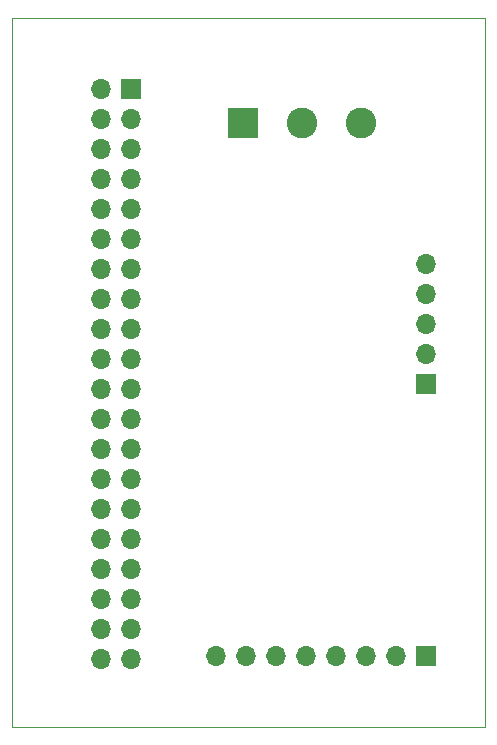
<source format=gbr>
%TF.GenerationSoftware,KiCad,Pcbnew,(6.0.9-0)*%
%TF.CreationDate,2022-11-14T23:33:26+01:00*%
%TF.ProjectId,RaspberryShield,52617370-6265-4727-9279-536869656c64,rev?*%
%TF.SameCoordinates,Original*%
%TF.FileFunction,Copper,L2,Bot*%
%TF.FilePolarity,Positive*%
%FSLAX46Y46*%
G04 Gerber Fmt 4.6, Leading zero omitted, Abs format (unit mm)*
G04 Created by KiCad (PCBNEW (6.0.9-0)) date 2022-11-14 23:33:26*
%MOMM*%
%LPD*%
G01*
G04 APERTURE LIST*
%TA.AperFunction,Profile*%
%ADD10C,0.100000*%
%TD*%
%TA.AperFunction,ComponentPad*%
%ADD11R,1.700000X1.700000*%
%TD*%
%TA.AperFunction,ComponentPad*%
%ADD12O,1.700000X1.700000*%
%TD*%
%TA.AperFunction,ComponentPad*%
%ADD13R,2.600000X2.600000*%
%TD*%
%TA.AperFunction,ComponentPad*%
%ADD14C,2.600000*%
%TD*%
G04 APERTURE END LIST*
D10*
X150000000Y-69000000D02*
X190000000Y-69000000D01*
X190000000Y-69000000D02*
X190000000Y-129000000D01*
X190000000Y-129000000D02*
X150000000Y-129000000D01*
X150000000Y-129000000D02*
X150000000Y-69000000D01*
D11*
%TO.P,J3,1,Pin_1*%
%TO.N,unconnected-(J3-Pad1)*%
X160000000Y-75000000D03*
D12*
%TO.P,J3,2,Pin_2*%
%TO.N,unconnected-(J3-Pad2)*%
X157460000Y-75000000D03*
%TO.P,J3,3,Pin_3*%
%TO.N,unconnected-(J3-Pad3)*%
X160000000Y-77540000D03*
%TO.P,J3,4,Pin_4*%
%TO.N,unconnected-(J3-Pad4)*%
X157460000Y-77540000D03*
%TO.P,J3,5,Pin_5*%
%TO.N,unconnected-(J3-Pad5)*%
X160000000Y-80080000D03*
%TO.P,J3,6,Pin_6*%
%TO.N,unconnected-(J3-Pad6)*%
X157460000Y-80080000D03*
%TO.P,J3,7,Pin_7*%
%TO.N,unconnected-(J3-Pad7)*%
X160000000Y-82620000D03*
%TO.P,J3,8,Pin_8*%
%TO.N,unconnected-(J3-Pad8)*%
X157460000Y-82620000D03*
%TO.P,J3,9,Pin_9*%
%TO.N,unconnected-(J3-Pad9)*%
X160000000Y-85160000D03*
%TO.P,J3,10,Pin_10*%
%TO.N,unconnected-(J3-Pad10)*%
X157460000Y-85160000D03*
%TO.P,J3,11,Pin_11*%
%TO.N,unconnected-(J3-Pad11)*%
X160000000Y-87700000D03*
%TO.P,J3,12,Pin_12*%
%TO.N,unconnected-(J3-Pad12)*%
X157460000Y-87700000D03*
%TO.P,J3,13,Pin_13*%
%TO.N,unconnected-(J3-Pad13)*%
X160000000Y-90240000D03*
%TO.P,J3,14,Pin_14*%
%TO.N,unconnected-(J3-Pad14)*%
X157460000Y-90240000D03*
%TO.P,J3,15,Pin_15*%
%TO.N,unconnected-(J3-Pad15)*%
X160000000Y-92780000D03*
%TO.P,J3,16,Pin_16*%
%TO.N,unconnected-(J3-Pad16)*%
X157460000Y-92780000D03*
%TO.P,J3,17,Pin_17*%
%TO.N,unconnected-(J3-Pad17)*%
X160000000Y-95320000D03*
%TO.P,J3,18,Pin_18*%
%TO.N,unconnected-(J3-Pad18)*%
X157460000Y-95320000D03*
%TO.P,J3,19,Pin_19*%
%TO.N,unconnected-(J3-Pad19)*%
X160000000Y-97860000D03*
%TO.P,J3,20,Pin_20*%
%TO.N,unconnected-(J3-Pad20)*%
X157460000Y-97860000D03*
%TO.P,J3,21,Pin_21*%
%TO.N,unconnected-(J3-Pad21)*%
X160000000Y-100400000D03*
%TO.P,J3,22,Pin_22*%
%TO.N,unconnected-(J3-Pad22)*%
X157460000Y-100400000D03*
%TO.P,J3,23,Pin_23*%
%TO.N,unconnected-(J3-Pad23)*%
X160000000Y-102940000D03*
%TO.P,J3,24,Pin_24*%
%TO.N,unconnected-(J3-Pad24)*%
X157460000Y-102940000D03*
%TO.P,J3,25,Pin_25*%
%TO.N,unconnected-(J3-Pad25)*%
X160000000Y-105480000D03*
%TO.P,J3,26,Pin_26*%
%TO.N,unconnected-(J3-Pad26)*%
X157460000Y-105480000D03*
%TO.P,J3,27,Pin_27*%
%TO.N,unconnected-(J3-Pad27)*%
X160000000Y-108020000D03*
%TO.P,J3,28,Pin_28*%
%TO.N,unconnected-(J3-Pad28)*%
X157460000Y-108020000D03*
%TO.P,J3,29,Pin_29*%
%TO.N,unconnected-(J3-Pad29)*%
X160000000Y-110560000D03*
%TO.P,J3,30,Pin_30*%
%TO.N,unconnected-(J3-Pad30)*%
X157460000Y-110560000D03*
%TO.P,J3,31,Pin_31*%
%TO.N,unconnected-(J3-Pad31)*%
X160000000Y-113100000D03*
%TO.P,J3,32,Pin_32*%
%TO.N,/RX*%
X157460000Y-113100000D03*
%TO.P,J3,33,Pin_33*%
%TO.N,unconnected-(J3-Pad33)*%
X160000000Y-115640000D03*
%TO.P,J3,34,Pin_34*%
%TO.N,/TX*%
X157460000Y-115640000D03*
%TO.P,J3,35,Pin_35*%
%TO.N,/SCL*%
X160000000Y-118180000D03*
%TO.P,J3,36,Pin_36*%
%TO.N,/GND*%
X157460000Y-118180000D03*
%TO.P,J3,37,Pin_37*%
%TO.N,/SDA*%
X160000000Y-120720000D03*
%TO.P,J3,38,Pin_38*%
%TO.N,/VIN*%
X157460000Y-120720000D03*
%TO.P,J3,39,Pin_39*%
%TO.N,unconnected-(J3-Pad39)*%
X160000000Y-123260000D03*
%TO.P,J3,40,Pin_40*%
%TO.N,unconnected-(J3-Pad40)*%
X157460000Y-123260000D03*
%TD*%
D13*
%TO.P,J4,1,Pin_1*%
%TO.N,/RX*%
X169550000Y-77900000D03*
D14*
%TO.P,J4,2,Pin_2*%
%TO.N,/TX*%
X174550000Y-77900000D03*
%TO.P,J4,3,Pin_3*%
%TO.N,/GND*%
X179550000Y-77900000D03*
%TD*%
D11*
%TO.P,J1,1,Pin_1*%
%TO.N,/GND*%
X185000000Y-123000000D03*
D12*
%TO.P,J1,2,Pin_2*%
%TO.N,/VIN*%
X182460000Y-123000000D03*
%TO.P,J1,3,Pin_3*%
%TO.N,unconnected-(J1-Pad3)*%
X179920000Y-123000000D03*
%TO.P,J1,4,Pin_4*%
%TO.N,unconnected-(J1-Pad4)*%
X177380000Y-123000000D03*
%TO.P,J1,5,Pin_5*%
%TO.N,unconnected-(J1-Pad5)*%
X174840000Y-123000000D03*
%TO.P,J1,6,Pin_6*%
%TO.N,unconnected-(J1-Pad6)*%
X172300000Y-123000000D03*
%TO.P,J1,7,Pin_7*%
%TO.N,/SDA*%
X169760000Y-123000000D03*
%TO.P,J1,8,Pin_8*%
%TO.N,/SCL*%
X167220000Y-123000000D03*
%TD*%
D11*
%TO.P,J2,1,Pin_1*%
%TO.N,unconnected-(J2-Pad1)*%
X185000000Y-100000000D03*
D12*
%TO.P,J2,2,Pin_2*%
%TO.N,/SDA*%
X185000000Y-97460000D03*
%TO.P,J2,3,Pin_3*%
%TO.N,/SCL*%
X185000000Y-94920000D03*
%TO.P,J2,4,Pin_4*%
%TO.N,/GND*%
X185000000Y-92380000D03*
%TO.P,J2,5,Pin_5*%
%TO.N,/VIN*%
X185000000Y-89840000D03*
%TD*%
M02*

</source>
